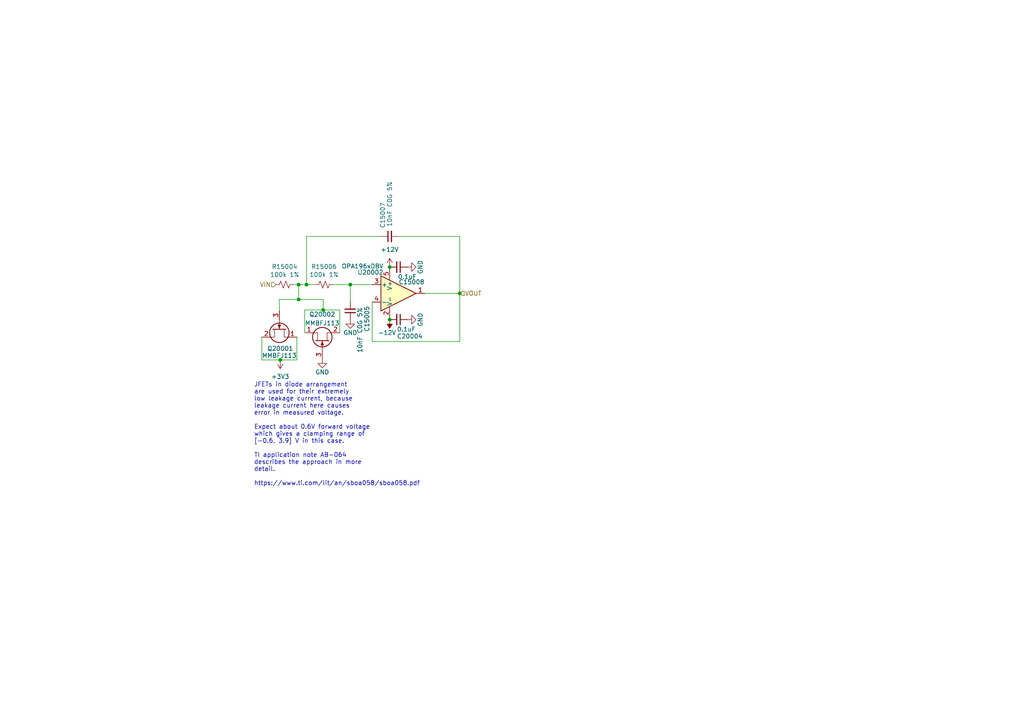
<source format=kicad_sch>
(kicad_sch (version 20231120) (generator "eeschema") (generator_version "8.0")
  (paper "A4")
  (lib_symbols
    (symbol "Amplifier_Operational:OPA196xDBV" (pin_names (offset 0.127))
      (property "Reference" "U" (at -1.27 6.35 0))
      (property "Value" "OPA196xDBV" (at -1.27 3.81 0))
      (symbol "OPA196xDBV_0_1"
        (polyline (pts (xy -5.08 5.08) (xy 5.08 0) (xy -5.08 -5.08) (xy -5.08 5.08)) (stroke (width 0.254)) (fill (type background)))
        (pin power_in line (at -2.54 -7.62 90) (length 3.81) (name "V-") (number "2"))
        (pin power_in line (at -2.54 7.62 270) (length 3.81) (name "V+") (number "5"))
      )
      (symbol "OPA196xDBV_1_1"
        (pin output line (at 7.62 0 180) (length 2.54) (name "~") (number "1"))
        (pin input line (at -7.62 2.54 0) (length 2.54) (name "+") (number "3"))
        (pin input line (at -7.62 -2.54 0) (length 2.54) (name "-") (number "4"))
      )
    )
    (symbol "Device:C_Small" (pin_numbers hide) (pin_names (offset 0.254) hide)
      (property "Reference" "C" (at 0.254 1.778 0))
      (property "Value" "C_Small" (at 0.254 -2.032 0))
      (symbol "C_Small_0_1"
        (polyline (pts (xy -1.524 -0.508) (xy 1.524 -0.508)) (stroke (width 0.3302)))
        (polyline (pts (xy -1.524 0.508) (xy 1.524 0.508)) (stroke (width 0.3048)))
      )
      (symbol "C_Small_1_1"
        (pin passive line (at 0 2.54 270) (length 2.032) (name "~") (number "1"))
        (pin passive line (at 0 -2.54 90) (length 2.032) (name "~") (number "2"))
      )
    )
    (symbol "Device:R_Small_US" (pin_numbers hide) (pin_names (offset 0.254) hide)
      (property "Reference" "R" (at 0.762 0.508 0))
      (property "Value" "R_Small_US" (at 0.762 -1.016 0))
      (symbol "R_Small_US_1_1"
        (polyline (pts (xy 0 0) (xy 1.016 -0.381) (xy 0 -0.762) (xy -1.016 -1.143) (xy 0 -1.524)))
        (polyline (pts (xy 0 1.524) (xy 1.016 1.143) (xy 0 0.762) (xy -1.016 0.381) (xy 0 0)))
        (pin passive line (at 0 2.54 270) (length 1.016) (name "~") (number "1"))
        (pin passive line (at 0 -2.54 90) (length 1.016) (name "~") (number "2"))
      )
    )
    (symbol "Transistor_FET:MMBFJ113" (pin_names hide)
      (property "Reference" "Q" (at 5.08 1.905 0))
      (property "Value" "MMBFJ113" (at 5.08 0 0))
      (symbol "MMBFJ113_0_1"
        (polyline (pts (xy 0.254 0) (xy -2.54 0)))
        (polyline (pts (xy 0.254 1.905) (xy 0.254 -1.905)) (stroke (width 0.254)))
        (polyline (pts (xy 2.54 -2.54) (xy 2.54 -1.397) (xy 0.254 -1.397)))
        (polyline (pts (xy 2.54 2.54) (xy 2.54 1.397) (xy 0.254 1.397)))
        (polyline (pts (xy 0 0) (xy -1.016 0.381) (xy -1.016 -0.381) (xy 0 0)) (fill (type outline)))
        (circle (center 1.27 0) (radius 2.8194) (stroke (width 0.254)))
      )
      (symbol "MMBFJ113_1_1"
        (pin passive line (at 2.54 5.08 270) (length 2.54) (name "D") (number "1"))
        (pin passive line (at 2.54 -5.08 90) (length 2.54) (name "S") (number "2"))
        (pin input line (at -5.08 0 0) (length 2.54) (name "G") (number "3"))
      )
    )
    (symbol "power:+12V" (power) (pin_numbers hide) (pin_names (offset 0) hide)
      (property "Value" "+12V" (at 0 3.556 0))
      (symbol "+12V_0_1"
        (polyline (pts (xy -0.762 1.27) (xy 0 2.54)))
        (polyline (pts (xy 0 0) (xy 0 2.54)))
        (polyline (pts (xy 0 2.54) (xy 0.762 1.27)))
      )
      (symbol "+12V_1_1"
        (pin power_in line (at 0 0 90) (length 0) (name "~") (number "1"))
      )
    )
    (symbol "power:+3V3" (power) (pin_numbers hide) (pin_names (offset 0) hide)
      (property "Value" "+3V3" (at 0 3.556 0))
      (symbol "+3V3_0_1"
        (polyline (pts (xy -0.762 1.27) (xy 0 2.54)))
        (polyline (pts (xy 0 0) (xy 0 2.54)))
        (polyline (pts (xy 0 2.54) (xy 0.762 1.27)))
      )
      (symbol "+3V3_1_1"
        (pin power_in line (at 0 0 90) (length 0) (name "~") (number "1"))
      )
    )
    (symbol "power:-12V" (power) (pin_numbers hide) (pin_names (offset 0) hide)
      (property "Value" "-12V" (at 0 3.556 0))
      (symbol "-12V_0_0"
        (pin power_in line (at 0 0 90) (length 0) (name "~") (number "1"))
      )
      (symbol "-12V_0_1"
        (polyline (pts (xy 0 0) (xy 0 1.27) (xy 0.762 1.27) (xy 0 2.54) (xy -0.762 1.27) (xy 0 1.27)) (fill (type outline)))
      )
    )
    (symbol "power:GND" (power) (pin_names (offset 0))
      (property "Value" "GND" (at 0 -3.81 0))
      (symbol "GND_0_1"
        (polyline (pts (xy 0 0) (xy 0 -1.27) (xy 1.27 -1.27) (xy 0 -2.54) (xy -1.27 -1.27) (xy 0 -1.27)))
      )
      (symbol "GND_1_1"
        (pin power_in line (at 0 0 270) (length 0) hide (name "GND") (number "1"))
      )
    )
  )
  (junction (at 113.03 92.71))
  (junction (at 93.726 89.916))
  (junction (at 86.614 86.868))
  (junction (at 81.28 104.394))
  (junction (at 86.614 82.55))
  (junction (at 133.35 85.09))
  (junction (at 113.03 77.47))
  (junction (at 101.6 82.55))
  (junction (at 88.9 82.55))
  (wire (pts (xy 88.9 82.55) (xy 91.44 82.55)))
  (wire (pts (xy 93.726 86.868) (xy 86.614 86.868)))
  (wire (pts (xy 86.614 86.868) (xy 86.614 82.55)))
  (wire (pts (xy 86.106 97.79) (xy 86.106 104.394)))
  (wire (pts (xy 75.946 104.394) (xy 81.28 104.394)))
  (wire (pts (xy 123.19 85.09) (xy 133.35 85.09)))
  (wire (pts (xy 81.026 90.17) (xy 81.026 86.868)))
  (wire (pts (xy 93.726 89.916) (xy 98.552 89.916)))
  (wire (pts (xy 107.95 87.63) (xy 107.95 99.06)))
  (wire (pts (xy 85.09 82.55) (xy 86.614 82.55)))
  (wire (pts (xy 81.28 104.394) (xy 86.106 104.394)))
  (wire (pts (xy 88.392 89.916) (xy 93.726 89.916)))
  (wire (pts (xy 133.35 68.58) (xy 133.35 85.09)))
  (wire (pts (xy 115.57 68.58) (xy 133.35 68.58)))
  (wire (pts (xy 88.392 96.52) (xy 88.392 89.916)))
  (wire (pts (xy 96.52 82.55) (xy 101.6 82.55)))
  (wire (pts (xy 86.614 82.55) (xy 88.9 82.55)))
  (wire (pts (xy 98.552 89.916) (xy 98.552 96.52)))
  (wire (pts (xy 101.6 82.55) (xy 101.6 87.63)))
  (wire (pts (xy 81.026 86.868) (xy 86.614 86.868)))
  (wire (pts (xy 107.95 99.06) (xy 133.35 99.06)))
  (wire (pts (xy 101.6 82.55) (xy 107.95 82.55)))
  (wire (pts (xy 88.9 68.58) (xy 88.9 82.55)))
  (wire (pts (xy 75.946 97.79) (xy 75.946 104.394)))
  (wire (pts (xy 110.49 68.58) (xy 88.9 68.58)))
  (wire (pts (xy 133.35 99.06) (xy 133.35 85.09)))
  (wire (pts (xy 93.726 89.916) (xy 93.726 86.868)))
  (text "JFETs in diode arrangement\nare used for their extremely\nlow leakage current, because\nleakage current here causes\nerror in measured voltage.\n\nExpect about 0.6V forward voltage\nwhich gives a clamping range of\n[-0.6, 3.9] V in this case.\n\nTI application note AB-064\ndescribes the approach in more\ndetail.\n\nhttps://www.ti.com/lit/an/sboa058/sboa058.pdf" (at 73.66 125.984 0) (effects (font (size 1.27 1.27)) (justify left)))
  (hierarchical_label "VOUT" (shape input) (at 133.35 85.09 0))
  (hierarchical_label "VIN" (shape input) (at 80.01 82.55 180))
  (symbol (lib_id "power:+12V") (at 113.03 77.47 0) (unit 1)
    (property "Reference" "#PWR20002" (effects (hide yes)))
    (property "Value" "+12V" (at 113.03 72.39 0))
    (property "Description" "Power symbol creates a global label with name \"+12V\"" (effects (hide yes)))
    (instances (project "" (path "" (reference "#PWR20002") (unit 1)) (path "" (reference "#PWR14002") (unit 1))))
  )
  (symbol (lib_id "Transistor_FET:MMBFJ113") (at 81.026 95.25 270) (unit 1)
    (property "Reference" "Q20001" (at 81.28 101.092 90))
    (property "Value" "MMBFJ113" (at 81.026 103.124 90))
    (property "Footprint" "Package_TO_SOT_SMD:SOT-23" (effects (hide yes)))
    (property "Datasheet" "https://www.onsemi.com/pub/Collateral/MMBFJ113-D.PDF" (effects (hide yes)))
    (property "Description" "2mA min, 35V, 100mOhm max, 0.5-3V Vgs(off), N-Channel JFET, SOT-23" (effects (hide yes)))
    (property "LCSC" "C891686" (effects (hide yes)))
    (instances (project "analog_frontend_panel" (path "" (reference "Q20001") (unit 1)) (path "" (reference "Q14001") (unit 1))))
  )
  (symbol (lib_id "Device:C_Small") (at 101.6 90.17 180) (unit 1)
    (property "Reference" "C15005" (at 106.426 96.266 90) (effects (justify right)))
    (property "Value" "10nF C0G 5%" (at 104.394 102.362 90) (effects (justify right)))
    (property "Footprint" "Capacitor_SMD:C_0402_1005Metric" (effects (hide yes)))
    (property "LCSC" "C3855387" (effects (hide yes)))
    (instances (project "analog_i" (path "" (reference "C15005") (unit 1)) (path "" (reference "C37001") (unit 1))) (project "analog_frontend_panel" (path "" (reference "C20001") (unit 1)) (path "" (reference "C14001") (unit 1))))
  )
  (symbol (lib_id "Device:C_Small") (at 113.03 68.58 90) (unit 1)
    (property "Reference" "C15007" (at 110.998 58.674 0) (effects (justify right)))
    (property "Value" "10nF C0G 5%" (at 113.03 52.578 0) (effects (justify right)))
    (property "Footprint" "Capacitor_SMD:C_0402_1005Metric" (effects (hide yes)))
    (property "LCSC" "C3855387" (effects (hide yes)))
    (instances (project "analog_i" (path "" (reference "C15007") (unit 1)) (path "" (reference "C37002") (unit 1))) (project "analog_frontend_panel" (path "" (reference "C20002") (unit 1)) (path "" (reference "C14002") (unit 1))))
  )
  (symbol (lib_id "power:GND") (at 93.472 104.14 0) (unit 1)
    (property "Reference" "#PWR20007" (effects (hide yes)))
    (property "Value" "GND" (at 93.472 107.95 0))
    (instances (project "analog_frontend_panel" (path "" (reference "#PWR20007") (unit 1)) (path "" (reference "#PWR14007") (unit 1))))
  )
  (symbol (lib_id "Device:R_Small_US") (at 93.98 82.55 270) (unit 1)
    (property "Reference" "R15006" (at 93.98 77.343 90))
    (property "Value" "100k 1%" (at 93.98 79.6544 90))
    (property "Footprint" "Resistor_SMD:R_0402_1005Metric" (effects (hide yes)))
    (property "LCSC" "C25741" (effects (hide yes)))
    (instances (project "analog_i" (path "" (reference "R15006") (unit 1)) (path "" (reference "R37002") (unit 1))) (project "analog_frontend_panel" (path "" (reference "R20001") (unit 1)) (path "" (reference "R14002") (unit 1))))
  )
  (symbol (lib_id "power:GND") (at 118.11 77.47 90) (unit 1)
    (property "Reference" "#PWR147" (effects (hide yes)))
    (property "Value" "GND" (at 121.92 77.47 0))
    (instances (project "analog_i" (path "" (reference "#PWR147") (unit 1)) (path "" (reference "#PWR215") (unit 1))) (project "analog_frontend_panel" (path "" (reference "#PWR20004") (unit 1)) (path "" (reference "#PWR14004") (unit 1))))
  )
  (symbol (lib_id "Device:C_Small") (at 115.57 92.71 270) (unit 1)
    (property "Reference" "C20004" (at 118.872 97.536 90))
    (property "Value" "0.1uF" (at 117.856 95.504 90))
    (property "Footprint" "Capacitor_SMD:C_0402_1005Metric" (effects (hide yes)))
    (instances (project "analog_frontend_panel" (path "" (reference "C20004") (unit 1)) (path "" (reference "C14004") (unit 1))))
  )
  (symbol (lib_id "Amplifier_Operational:OPA196xDBV") (at 115.57 85.09 0) (unit 1)
    (property "Reference" "U20002" (at 107.442 78.994 0))
    (property "Value" "OPA196xDBV" (at 105.156 77.216 0))
    (property "Footprint" "Package_TO_SOT_SMD:SOT-23-5" (effects (hide yes)))
    (property "Datasheet" "http://www.ti.com/lit/ds/symlink/opa4196.pdf" (effects (hide yes)))
    (property "Description" "Single, Low-Power, Low Offset Voltage, Rail-to-Rail Operational Amplifier, SOT-23-5" (effects (hide yes)))
    (instances (project "" (path "" (reference "U20002") (unit 1)) (path "" (reference "U14002") (unit 1))))
  )
  (symbol (lib_id "power:-12V") (at 113.03 92.71 180) (unit 1)
    (property "Reference" "#PWR20006" (effects (hide yes)))
    (property "Value" "-12V" (at 112.268 96.52 0))
    (property "Description" "Power symbol creates a global label with name \"-12V\"" (effects (hide yes)))
    (instances (project "" (path "" (reference "#PWR20006") (unit 1)) (path "" (reference "#PWR14006") (unit 1))))
  )
  (symbol (lib_id "power:+3V3") (at 81.28 104.394 180) (unit 1)
    (property "Reference" "#PWR20005" (effects (hide yes)))
    (property "Value" "+3V3" (at 81.28 109.22 0))
    (property "Description" "Power symbol creates a global label with name \"+3V3\"" (effects (hide yes)))
    (instances (project "" (path "" (reference "#PWR20005") (unit 1)) (path "" (reference "#PWR14005") (unit 1))))
  )
  (symbol (lib_id "Device:R_Small_US") (at 82.55 82.55 270) (unit 1)
    (property "Reference" "R15004" (at 82.55 77.343 90))
    (property "Value" "100k 1%" (at 82.55 79.6544 90))
    (property "Footprint" "Resistor_SMD:R_0402_1005Metric" (effects (hide yes)))
    (property "LCSC" "C25741" (effects (hide yes)))
    (instances (project "analog_i" (path "" (reference "R15004") (unit 1)) (path "" (reference "R37001") (unit 1))) (project "analog_frontend_panel" (path "" (reference "R20002") (unit 1)) (path "" (reference "R14001") (unit 1))))
  )
  (symbol (lib_id "Transistor_FET:MMBFJ113") (at 93.472 99.06 90) (unit 1)
    (property "Reference" "Q20002" (at 93.472 91.186 90))
    (property "Value" "MMBFJ113" (at 93.472 93.726 90))
    (property "Footprint" "Package_TO_SOT_SMD:SOT-23" (effects (hide yes)))
    (property "Datasheet" "https://www.onsemi.com/pub/Collateral/MMBFJ113-D.PDF" (effects (hide yes)))
    (property "Description" "2mA min, 35V, 100mOhm max, 0.5-3V Vgs(off), N-Channel JFET, SOT-23" (effects (hide yes)))
    (property "LCSC" "C891686" (effects (hide yes)))
    (instances (project "analog_frontend_panel" (path "" (reference "Q20002") (unit 1)) (path "" (reference "Q14002") (unit 1))))
  )
  (symbol (lib_id "power:GND") (at 118.11 92.71 90) (unit 1)
    (property "Reference" "#PWR20003" (effects (hide yes)))
    (property "Value" "GND" (at 121.92 92.71 0))
    (instances (project "analog_frontend_panel" (path "" (reference "#PWR20003") (unit 1)) (path "" (reference "#PWR14003") (unit 1))))
  )
  (symbol (lib_id "power:GND") (at 101.6 92.71 0) (unit 1)
    (property "Reference" "#PWR146" (effects (hide yes)))
    (property "Value" "GND" (at 101.6 96.52 0))
    (instances (project "analog_i" (path "" (reference "#PWR146") (unit 1)) (path "" (reference "#PWR214") (unit 1))) (project "analog_frontend_panel" (path "" (reference "#PWR20001") (unit 1)) (path "" (reference "#PWR14001") (unit 1))))
  )
  (symbol (lib_id "Device:C_Small") (at 115.57 77.47 270) (unit 1)
    (property "Reference" "C15008" (at 119.38 81.788 90))
    (property "Value" "0.1uF" (at 118.11 80.264 90))
    (property "Footprint" "Capacitor_SMD:C_0402_1005Metric" (effects (hide yes)))
    (instances (project "analog_i" (path "" (reference "C15008") (unit 1)) (path "" (reference "C37003") (unit 1))) (project "analog_frontend_panel" (path "" (reference "C20003") (unit 1)) (path "" (reference "C14003") (unit 1))))
  )
)
</source>
